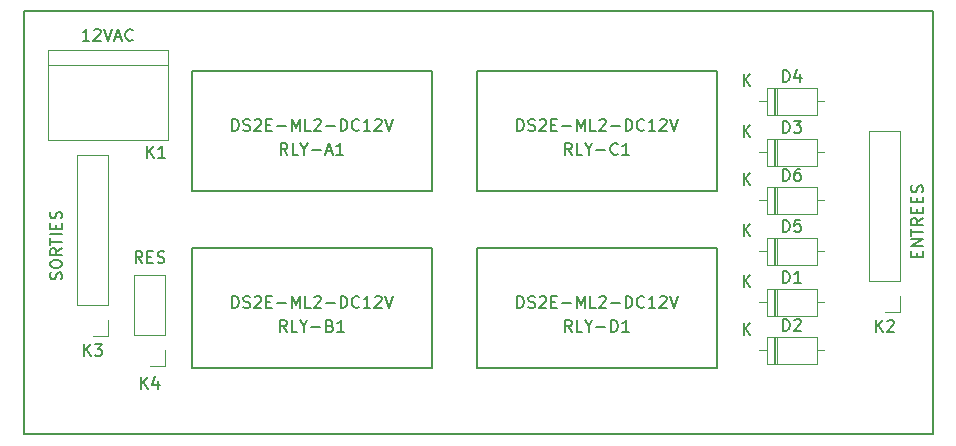
<source format=gto>
G04 #@! TF.GenerationSoftware,KiCad,Pcbnew,5.0.2-bee76a0~70~ubuntu18.04.1*
G04 #@! TF.CreationDate,2020-04-21T14:08:59+02:00*
G04 #@! TF.ProjectId,FeuSignalisation,46657553-6967-46e6-916c-69736174696f,rev?*
G04 #@! TF.SameCoordinates,Original*
G04 #@! TF.FileFunction,Legend,Top*
G04 #@! TF.FilePolarity,Positive*
%FSLAX46Y46*%
G04 Gerber Fmt 4.6, Leading zero omitted, Abs format (unit mm)*
G04 Created by KiCad (PCBNEW 5.0.2-bee76a0~70~ubuntu18.04.1) date mar. 21 avril 2020 14:08:59 CEST*
%MOMM*%
%LPD*%
G01*
G04 APERTURE LIST*
%ADD10C,0.150000*%
%ADD11C,0.120000*%
G04 APERTURE END LIST*
D10*
X167640000Y-84582000D02*
X90678000Y-84582000D01*
X167640000Y-48768000D02*
X167640000Y-84582000D01*
X90678000Y-48768000D02*
X167640000Y-48768000D01*
X90678000Y-84582000D02*
X90678000Y-48768000D01*
D11*
G04 #@! TO.C,K1*
X92710000Y-53340000D02*
X102870000Y-53340000D01*
X92710000Y-52070000D02*
X92710000Y-59690000D01*
X92710000Y-59690000D02*
X102870000Y-59690000D01*
X102870000Y-59690000D02*
X102870000Y-52070000D01*
X102870000Y-52070000D02*
X92710000Y-52070000D01*
G04 #@! TO.C,K2*
X164906000Y-58868000D02*
X162246000Y-58868000D01*
X164906000Y-71628000D02*
X164906000Y-58868000D01*
X162246000Y-71628000D02*
X162246000Y-58868000D01*
X164906000Y-71628000D02*
X162246000Y-71628000D01*
X164906000Y-72898000D02*
X164906000Y-74228000D01*
X164906000Y-74228000D02*
X163576000Y-74228000D01*
G04 #@! TO.C,K3*
X97850000Y-76260000D02*
X96520000Y-76260000D01*
X97850000Y-74930000D02*
X97850000Y-76260000D01*
X97850000Y-73660000D02*
X95190000Y-73660000D01*
X95190000Y-73660000D02*
X95190000Y-60900000D01*
X97850000Y-73660000D02*
X97850000Y-60900000D01*
X97850000Y-60900000D02*
X95190000Y-60900000D01*
G04 #@! TO.C,K4*
X102676000Y-71060000D02*
X100016000Y-71060000D01*
X102676000Y-76200000D02*
X102676000Y-71060000D01*
X100016000Y-76200000D02*
X100016000Y-71060000D01*
X102676000Y-76200000D02*
X100016000Y-76200000D01*
X102676000Y-77470000D02*
X102676000Y-78800000D01*
X102676000Y-78800000D02*
X101346000Y-78800000D01*
D10*
G04 #@! TO.C,RLY-A1*
X104902000Y-64008000D02*
X125222000Y-64008000D01*
X125222000Y-64008000D02*
X125222000Y-53848000D01*
X125222000Y-53848000D02*
X104902000Y-53848000D01*
X104902000Y-53848000D02*
X104902000Y-64008000D01*
G04 #@! TO.C,RLY-B1*
X104902000Y-68834000D02*
X104902000Y-78994000D01*
X125222000Y-68834000D02*
X104902000Y-68834000D01*
X125222000Y-78994000D02*
X125222000Y-68834000D01*
X104902000Y-78994000D02*
X125222000Y-78994000D01*
G04 #@! TO.C,RLY-C1*
X129032000Y-64008000D02*
X149352000Y-64008000D01*
X149352000Y-64008000D02*
X149352000Y-53848000D01*
X149352000Y-53848000D02*
X129032000Y-53848000D01*
X129032000Y-53848000D02*
X129032000Y-64008000D01*
G04 #@! TO.C,RLY-D1*
X129032000Y-68834000D02*
X129032000Y-78994000D01*
X149352000Y-68834000D02*
X129032000Y-68834000D01*
X149352000Y-78994000D02*
X149352000Y-68834000D01*
X129032000Y-78994000D02*
X149352000Y-78994000D01*
D11*
G04 #@! TO.C,D1*
X153582000Y-72286000D02*
X153582000Y-74526000D01*
X153582000Y-74526000D02*
X157822000Y-74526000D01*
X157822000Y-74526000D02*
X157822000Y-72286000D01*
X157822000Y-72286000D02*
X153582000Y-72286000D01*
X152932000Y-73406000D02*
X153582000Y-73406000D01*
X158472000Y-73406000D02*
X157822000Y-73406000D01*
X154302000Y-72286000D02*
X154302000Y-74526000D01*
X154422000Y-72286000D02*
X154422000Y-74526000D01*
X154182000Y-72286000D02*
X154182000Y-74526000D01*
G04 #@! TO.C,D2*
X154182000Y-76350000D02*
X154182000Y-78590000D01*
X154422000Y-76350000D02*
X154422000Y-78590000D01*
X154302000Y-76350000D02*
X154302000Y-78590000D01*
X158472000Y-77470000D02*
X157822000Y-77470000D01*
X152932000Y-77470000D02*
X153582000Y-77470000D01*
X157822000Y-76350000D02*
X153582000Y-76350000D01*
X157822000Y-78590000D02*
X157822000Y-76350000D01*
X153582000Y-78590000D02*
X157822000Y-78590000D01*
X153582000Y-76350000D02*
X153582000Y-78590000D01*
G04 #@! TO.C,D3*
X154182000Y-59586000D02*
X154182000Y-61826000D01*
X154422000Y-59586000D02*
X154422000Y-61826000D01*
X154302000Y-59586000D02*
X154302000Y-61826000D01*
X158472000Y-60706000D02*
X157822000Y-60706000D01*
X152932000Y-60706000D02*
X153582000Y-60706000D01*
X157822000Y-59586000D02*
X153582000Y-59586000D01*
X157822000Y-61826000D02*
X157822000Y-59586000D01*
X153582000Y-61826000D02*
X157822000Y-61826000D01*
X153582000Y-59586000D02*
X153582000Y-61826000D01*
G04 #@! TO.C,D4*
X153582000Y-55268000D02*
X153582000Y-57508000D01*
X153582000Y-57508000D02*
X157822000Y-57508000D01*
X157822000Y-57508000D02*
X157822000Y-55268000D01*
X157822000Y-55268000D02*
X153582000Y-55268000D01*
X152932000Y-56388000D02*
X153582000Y-56388000D01*
X158472000Y-56388000D02*
X157822000Y-56388000D01*
X154302000Y-55268000D02*
X154302000Y-57508000D01*
X154422000Y-55268000D02*
X154422000Y-57508000D01*
X154182000Y-55268000D02*
X154182000Y-57508000D01*
G04 #@! TO.C,D5*
X154182000Y-67968000D02*
X154182000Y-70208000D01*
X154422000Y-67968000D02*
X154422000Y-70208000D01*
X154302000Y-67968000D02*
X154302000Y-70208000D01*
X158472000Y-69088000D02*
X157822000Y-69088000D01*
X152932000Y-69088000D02*
X153582000Y-69088000D01*
X157822000Y-67968000D02*
X153582000Y-67968000D01*
X157822000Y-70208000D02*
X157822000Y-67968000D01*
X153582000Y-70208000D02*
X157822000Y-70208000D01*
X153582000Y-67968000D02*
X153582000Y-70208000D01*
G04 #@! TO.C,D6*
X153582000Y-63650000D02*
X153582000Y-65890000D01*
X153582000Y-65890000D02*
X157822000Y-65890000D01*
X157822000Y-65890000D02*
X157822000Y-63650000D01*
X157822000Y-63650000D02*
X153582000Y-63650000D01*
X152932000Y-64770000D02*
X153582000Y-64770000D01*
X158472000Y-64770000D02*
X157822000Y-64770000D01*
X154302000Y-63650000D02*
X154302000Y-65890000D01*
X154422000Y-63650000D02*
X154422000Y-65890000D01*
X154182000Y-63650000D02*
X154182000Y-65890000D01*
G04 #@! TD*
G04 #@! TO.C,K1*
D10*
X101115904Y-61158380D02*
X101115904Y-60158380D01*
X101687333Y-61158380D02*
X101258761Y-60586952D01*
X101687333Y-60158380D02*
X101115904Y-60729809D01*
X102639714Y-61158380D02*
X102068285Y-61158380D01*
X102354000Y-61158380D02*
X102354000Y-60158380D01*
X102258761Y-60301238D01*
X102163523Y-60396476D01*
X102068285Y-60444095D01*
X96242380Y-51252380D02*
X95670952Y-51252380D01*
X95956666Y-51252380D02*
X95956666Y-50252380D01*
X95861428Y-50395238D01*
X95766190Y-50490476D01*
X95670952Y-50538095D01*
X96623333Y-50347619D02*
X96670952Y-50300000D01*
X96766190Y-50252380D01*
X97004285Y-50252380D01*
X97099523Y-50300000D01*
X97147142Y-50347619D01*
X97194761Y-50442857D01*
X97194761Y-50538095D01*
X97147142Y-50680952D01*
X96575714Y-51252380D01*
X97194761Y-51252380D01*
X97480476Y-50252380D02*
X97813809Y-51252380D01*
X98147142Y-50252380D01*
X98432857Y-50966666D02*
X98909047Y-50966666D01*
X98337619Y-51252380D02*
X98670952Y-50252380D01*
X99004285Y-51252380D01*
X99909047Y-51157142D02*
X99861428Y-51204761D01*
X99718571Y-51252380D01*
X99623333Y-51252380D01*
X99480476Y-51204761D01*
X99385238Y-51109523D01*
X99337619Y-51014285D01*
X99290000Y-50823809D01*
X99290000Y-50680952D01*
X99337619Y-50490476D01*
X99385238Y-50395238D01*
X99480476Y-50300000D01*
X99623333Y-50252380D01*
X99718571Y-50252380D01*
X99861428Y-50300000D01*
X99909047Y-50347619D01*
G04 #@! TO.C,K2*
X162837904Y-75890380D02*
X162837904Y-74890380D01*
X163409333Y-75890380D02*
X162980761Y-75318952D01*
X163409333Y-74890380D02*
X162837904Y-75461809D01*
X163790285Y-74985619D02*
X163837904Y-74938000D01*
X163933142Y-74890380D01*
X164171238Y-74890380D01*
X164266476Y-74938000D01*
X164314095Y-74985619D01*
X164361714Y-75080857D01*
X164361714Y-75176095D01*
X164314095Y-75318952D01*
X163742666Y-75890380D01*
X164361714Y-75890380D01*
X166298571Y-69548000D02*
X166298571Y-69214666D01*
X166822380Y-69071809D02*
X166822380Y-69548000D01*
X165822380Y-69548000D01*
X165822380Y-69071809D01*
X166822380Y-68643238D02*
X165822380Y-68643238D01*
X166822380Y-68071809D01*
X165822380Y-68071809D01*
X165822380Y-67738476D02*
X165822380Y-67167047D01*
X166822380Y-67452761D02*
X165822380Y-67452761D01*
X166822380Y-66262285D02*
X166346190Y-66595619D01*
X166822380Y-66833714D02*
X165822380Y-66833714D01*
X165822380Y-66452761D01*
X165870000Y-66357523D01*
X165917619Y-66309904D01*
X166012857Y-66262285D01*
X166155714Y-66262285D01*
X166250952Y-66309904D01*
X166298571Y-66357523D01*
X166346190Y-66452761D01*
X166346190Y-66833714D01*
X166298571Y-65833714D02*
X166298571Y-65500380D01*
X166822380Y-65357523D02*
X166822380Y-65833714D01*
X165822380Y-65833714D01*
X165822380Y-65357523D01*
X166298571Y-64928952D02*
X166298571Y-64595619D01*
X166822380Y-64452761D02*
X166822380Y-64928952D01*
X165822380Y-64928952D01*
X165822380Y-64452761D01*
X166774761Y-64071809D02*
X166822380Y-63928952D01*
X166822380Y-63690857D01*
X166774761Y-63595619D01*
X166727142Y-63548000D01*
X166631904Y-63500380D01*
X166536666Y-63500380D01*
X166441428Y-63548000D01*
X166393809Y-63595619D01*
X166346190Y-63690857D01*
X166298571Y-63881333D01*
X166250952Y-63976571D01*
X166203333Y-64024190D01*
X166108095Y-64071809D01*
X166012857Y-64071809D01*
X165917619Y-64024190D01*
X165870000Y-63976571D01*
X165822380Y-63881333D01*
X165822380Y-63643238D01*
X165870000Y-63500380D01*
G04 #@! TO.C,K3*
X95781904Y-77922380D02*
X95781904Y-76922380D01*
X96353333Y-77922380D02*
X95924761Y-77350952D01*
X96353333Y-76922380D02*
X95781904Y-77493809D01*
X96686666Y-76922380D02*
X97305714Y-76922380D01*
X96972380Y-77303333D01*
X97115238Y-77303333D01*
X97210476Y-77350952D01*
X97258095Y-77398571D01*
X97305714Y-77493809D01*
X97305714Y-77731904D01*
X97258095Y-77827142D01*
X97210476Y-77874761D01*
X97115238Y-77922380D01*
X96829523Y-77922380D01*
X96734285Y-77874761D01*
X96686666Y-77827142D01*
X93876761Y-71437142D02*
X93924380Y-71294285D01*
X93924380Y-71056190D01*
X93876761Y-70960952D01*
X93829142Y-70913333D01*
X93733904Y-70865714D01*
X93638666Y-70865714D01*
X93543428Y-70913333D01*
X93495809Y-70960952D01*
X93448190Y-71056190D01*
X93400571Y-71246666D01*
X93352952Y-71341904D01*
X93305333Y-71389523D01*
X93210095Y-71437142D01*
X93114857Y-71437142D01*
X93019619Y-71389523D01*
X92972000Y-71341904D01*
X92924380Y-71246666D01*
X92924380Y-71008571D01*
X92972000Y-70865714D01*
X92924380Y-70246666D02*
X92924380Y-70056190D01*
X92972000Y-69960952D01*
X93067238Y-69865714D01*
X93257714Y-69818095D01*
X93591047Y-69818095D01*
X93781523Y-69865714D01*
X93876761Y-69960952D01*
X93924380Y-70056190D01*
X93924380Y-70246666D01*
X93876761Y-70341904D01*
X93781523Y-70437142D01*
X93591047Y-70484761D01*
X93257714Y-70484761D01*
X93067238Y-70437142D01*
X92972000Y-70341904D01*
X92924380Y-70246666D01*
X93924380Y-68818095D02*
X93448190Y-69151428D01*
X93924380Y-69389523D02*
X92924380Y-69389523D01*
X92924380Y-69008571D01*
X92972000Y-68913333D01*
X93019619Y-68865714D01*
X93114857Y-68818095D01*
X93257714Y-68818095D01*
X93352952Y-68865714D01*
X93400571Y-68913333D01*
X93448190Y-69008571D01*
X93448190Y-69389523D01*
X92924380Y-68532380D02*
X92924380Y-67960952D01*
X93924380Y-68246666D02*
X92924380Y-68246666D01*
X93924380Y-67627619D02*
X92924380Y-67627619D01*
X93400571Y-67151428D02*
X93400571Y-66818095D01*
X93924380Y-66675238D02*
X93924380Y-67151428D01*
X92924380Y-67151428D01*
X92924380Y-66675238D01*
X93876761Y-66294285D02*
X93924380Y-66151428D01*
X93924380Y-65913333D01*
X93876761Y-65818095D01*
X93829142Y-65770476D01*
X93733904Y-65722857D01*
X93638666Y-65722857D01*
X93543428Y-65770476D01*
X93495809Y-65818095D01*
X93448190Y-65913333D01*
X93400571Y-66103809D01*
X93352952Y-66199047D01*
X93305333Y-66246666D01*
X93210095Y-66294285D01*
X93114857Y-66294285D01*
X93019619Y-66246666D01*
X92972000Y-66199047D01*
X92924380Y-66103809D01*
X92924380Y-65865714D01*
X92972000Y-65722857D01*
G04 #@! TO.C,K4*
X100607904Y-80716380D02*
X100607904Y-79716380D01*
X101179333Y-80716380D02*
X100750761Y-80144952D01*
X101179333Y-79716380D02*
X100607904Y-80287809D01*
X102036476Y-80049714D02*
X102036476Y-80716380D01*
X101798380Y-79668761D02*
X101560285Y-80383047D01*
X102179333Y-80383047D01*
X100726952Y-70048380D02*
X100393619Y-69572190D01*
X100155523Y-70048380D02*
X100155523Y-69048380D01*
X100536476Y-69048380D01*
X100631714Y-69096000D01*
X100679333Y-69143619D01*
X100726952Y-69238857D01*
X100726952Y-69381714D01*
X100679333Y-69476952D01*
X100631714Y-69524571D01*
X100536476Y-69572190D01*
X100155523Y-69572190D01*
X101155523Y-69524571D02*
X101488857Y-69524571D01*
X101631714Y-70048380D02*
X101155523Y-70048380D01*
X101155523Y-69048380D01*
X101631714Y-69048380D01*
X102012666Y-70000761D02*
X102155523Y-70048380D01*
X102393619Y-70048380D01*
X102488857Y-70000761D01*
X102536476Y-69953142D01*
X102584095Y-69857904D01*
X102584095Y-69762666D01*
X102536476Y-69667428D01*
X102488857Y-69619809D01*
X102393619Y-69572190D01*
X102203142Y-69524571D01*
X102107904Y-69476952D01*
X102060285Y-69429333D01*
X102012666Y-69334095D01*
X102012666Y-69238857D01*
X102060285Y-69143619D01*
X102107904Y-69096000D01*
X102203142Y-69048380D01*
X102441238Y-69048380D01*
X102584095Y-69096000D01*
G04 #@! TO.C,RLY-A1*
X113014380Y-60904380D02*
X112681047Y-60428190D01*
X112442952Y-60904380D02*
X112442952Y-59904380D01*
X112823904Y-59904380D01*
X112919142Y-59952000D01*
X112966761Y-59999619D01*
X113014380Y-60094857D01*
X113014380Y-60237714D01*
X112966761Y-60332952D01*
X112919142Y-60380571D01*
X112823904Y-60428190D01*
X112442952Y-60428190D01*
X113919142Y-60904380D02*
X113442952Y-60904380D01*
X113442952Y-59904380D01*
X114442952Y-60428190D02*
X114442952Y-60904380D01*
X114109619Y-59904380D02*
X114442952Y-60428190D01*
X114776285Y-59904380D01*
X115109619Y-60523428D02*
X115871523Y-60523428D01*
X116300095Y-60618666D02*
X116776285Y-60618666D01*
X116204857Y-60904380D02*
X116538190Y-59904380D01*
X116871523Y-60904380D01*
X117728666Y-60904380D02*
X117157238Y-60904380D01*
X117442952Y-60904380D02*
X117442952Y-59904380D01*
X117347714Y-60047238D01*
X117252476Y-60142476D01*
X117157238Y-60190095D01*
X108323904Y-58880380D02*
X108323904Y-57880380D01*
X108562000Y-57880380D01*
X108704857Y-57928000D01*
X108800095Y-58023238D01*
X108847714Y-58118476D01*
X108895333Y-58308952D01*
X108895333Y-58451809D01*
X108847714Y-58642285D01*
X108800095Y-58737523D01*
X108704857Y-58832761D01*
X108562000Y-58880380D01*
X108323904Y-58880380D01*
X109276285Y-58832761D02*
X109419142Y-58880380D01*
X109657238Y-58880380D01*
X109752476Y-58832761D01*
X109800095Y-58785142D01*
X109847714Y-58689904D01*
X109847714Y-58594666D01*
X109800095Y-58499428D01*
X109752476Y-58451809D01*
X109657238Y-58404190D01*
X109466761Y-58356571D01*
X109371523Y-58308952D01*
X109323904Y-58261333D01*
X109276285Y-58166095D01*
X109276285Y-58070857D01*
X109323904Y-57975619D01*
X109371523Y-57928000D01*
X109466761Y-57880380D01*
X109704857Y-57880380D01*
X109847714Y-57928000D01*
X110228666Y-57975619D02*
X110276285Y-57928000D01*
X110371523Y-57880380D01*
X110609619Y-57880380D01*
X110704857Y-57928000D01*
X110752476Y-57975619D01*
X110800095Y-58070857D01*
X110800095Y-58166095D01*
X110752476Y-58308952D01*
X110181047Y-58880380D01*
X110800095Y-58880380D01*
X111228666Y-58356571D02*
X111562000Y-58356571D01*
X111704857Y-58880380D02*
X111228666Y-58880380D01*
X111228666Y-57880380D01*
X111704857Y-57880380D01*
X112133428Y-58499428D02*
X112895333Y-58499428D01*
X113371523Y-58880380D02*
X113371523Y-57880380D01*
X113704857Y-58594666D01*
X114038190Y-57880380D01*
X114038190Y-58880380D01*
X114990571Y-58880380D02*
X114514380Y-58880380D01*
X114514380Y-57880380D01*
X115276285Y-57975619D02*
X115323904Y-57928000D01*
X115419142Y-57880380D01*
X115657238Y-57880380D01*
X115752476Y-57928000D01*
X115800095Y-57975619D01*
X115847714Y-58070857D01*
X115847714Y-58166095D01*
X115800095Y-58308952D01*
X115228666Y-58880380D01*
X115847714Y-58880380D01*
X116276285Y-58499428D02*
X117038190Y-58499428D01*
X117514380Y-58880380D02*
X117514380Y-57880380D01*
X117752476Y-57880380D01*
X117895333Y-57928000D01*
X117990571Y-58023238D01*
X118038190Y-58118476D01*
X118085809Y-58308952D01*
X118085809Y-58451809D01*
X118038190Y-58642285D01*
X117990571Y-58737523D01*
X117895333Y-58832761D01*
X117752476Y-58880380D01*
X117514380Y-58880380D01*
X119085809Y-58785142D02*
X119038190Y-58832761D01*
X118895333Y-58880380D01*
X118800095Y-58880380D01*
X118657238Y-58832761D01*
X118562000Y-58737523D01*
X118514380Y-58642285D01*
X118466761Y-58451809D01*
X118466761Y-58308952D01*
X118514380Y-58118476D01*
X118562000Y-58023238D01*
X118657238Y-57928000D01*
X118800095Y-57880380D01*
X118895333Y-57880380D01*
X119038190Y-57928000D01*
X119085809Y-57975619D01*
X120038190Y-58880380D02*
X119466761Y-58880380D01*
X119752476Y-58880380D02*
X119752476Y-57880380D01*
X119657238Y-58023238D01*
X119562000Y-58118476D01*
X119466761Y-58166095D01*
X120419142Y-57975619D02*
X120466761Y-57928000D01*
X120562000Y-57880380D01*
X120800095Y-57880380D01*
X120895333Y-57928000D01*
X120942952Y-57975619D01*
X120990571Y-58070857D01*
X120990571Y-58166095D01*
X120942952Y-58308952D01*
X120371523Y-58880380D01*
X120990571Y-58880380D01*
X121276285Y-57880380D02*
X121609619Y-58880380D01*
X121942952Y-57880380D01*
G04 #@! TO.C,RLY-B1*
X112942952Y-75890380D02*
X112609619Y-75414190D01*
X112371523Y-75890380D02*
X112371523Y-74890380D01*
X112752476Y-74890380D01*
X112847714Y-74938000D01*
X112895333Y-74985619D01*
X112942952Y-75080857D01*
X112942952Y-75223714D01*
X112895333Y-75318952D01*
X112847714Y-75366571D01*
X112752476Y-75414190D01*
X112371523Y-75414190D01*
X113847714Y-75890380D02*
X113371523Y-75890380D01*
X113371523Y-74890380D01*
X114371523Y-75414190D02*
X114371523Y-75890380D01*
X114038190Y-74890380D02*
X114371523Y-75414190D01*
X114704857Y-74890380D01*
X115038190Y-75509428D02*
X115800095Y-75509428D01*
X116609619Y-75366571D02*
X116752476Y-75414190D01*
X116800095Y-75461809D01*
X116847714Y-75557047D01*
X116847714Y-75699904D01*
X116800095Y-75795142D01*
X116752476Y-75842761D01*
X116657238Y-75890380D01*
X116276285Y-75890380D01*
X116276285Y-74890380D01*
X116609619Y-74890380D01*
X116704857Y-74938000D01*
X116752476Y-74985619D01*
X116800095Y-75080857D01*
X116800095Y-75176095D01*
X116752476Y-75271333D01*
X116704857Y-75318952D01*
X116609619Y-75366571D01*
X116276285Y-75366571D01*
X117800095Y-75890380D02*
X117228666Y-75890380D01*
X117514380Y-75890380D02*
X117514380Y-74890380D01*
X117419142Y-75033238D01*
X117323904Y-75128476D01*
X117228666Y-75176095D01*
X108323904Y-73866380D02*
X108323904Y-72866380D01*
X108562000Y-72866380D01*
X108704857Y-72914000D01*
X108800095Y-73009238D01*
X108847714Y-73104476D01*
X108895333Y-73294952D01*
X108895333Y-73437809D01*
X108847714Y-73628285D01*
X108800095Y-73723523D01*
X108704857Y-73818761D01*
X108562000Y-73866380D01*
X108323904Y-73866380D01*
X109276285Y-73818761D02*
X109419142Y-73866380D01*
X109657238Y-73866380D01*
X109752476Y-73818761D01*
X109800095Y-73771142D01*
X109847714Y-73675904D01*
X109847714Y-73580666D01*
X109800095Y-73485428D01*
X109752476Y-73437809D01*
X109657238Y-73390190D01*
X109466761Y-73342571D01*
X109371523Y-73294952D01*
X109323904Y-73247333D01*
X109276285Y-73152095D01*
X109276285Y-73056857D01*
X109323904Y-72961619D01*
X109371523Y-72914000D01*
X109466761Y-72866380D01*
X109704857Y-72866380D01*
X109847714Y-72914000D01*
X110228666Y-72961619D02*
X110276285Y-72914000D01*
X110371523Y-72866380D01*
X110609619Y-72866380D01*
X110704857Y-72914000D01*
X110752476Y-72961619D01*
X110800095Y-73056857D01*
X110800095Y-73152095D01*
X110752476Y-73294952D01*
X110181047Y-73866380D01*
X110800095Y-73866380D01*
X111228666Y-73342571D02*
X111562000Y-73342571D01*
X111704857Y-73866380D02*
X111228666Y-73866380D01*
X111228666Y-72866380D01*
X111704857Y-72866380D01*
X112133428Y-73485428D02*
X112895333Y-73485428D01*
X113371523Y-73866380D02*
X113371523Y-72866380D01*
X113704857Y-73580666D01*
X114038190Y-72866380D01*
X114038190Y-73866380D01*
X114990571Y-73866380D02*
X114514380Y-73866380D01*
X114514380Y-72866380D01*
X115276285Y-72961619D02*
X115323904Y-72914000D01*
X115419142Y-72866380D01*
X115657238Y-72866380D01*
X115752476Y-72914000D01*
X115800095Y-72961619D01*
X115847714Y-73056857D01*
X115847714Y-73152095D01*
X115800095Y-73294952D01*
X115228666Y-73866380D01*
X115847714Y-73866380D01*
X116276285Y-73485428D02*
X117038190Y-73485428D01*
X117514380Y-73866380D02*
X117514380Y-72866380D01*
X117752476Y-72866380D01*
X117895333Y-72914000D01*
X117990571Y-73009238D01*
X118038190Y-73104476D01*
X118085809Y-73294952D01*
X118085809Y-73437809D01*
X118038190Y-73628285D01*
X117990571Y-73723523D01*
X117895333Y-73818761D01*
X117752476Y-73866380D01*
X117514380Y-73866380D01*
X119085809Y-73771142D02*
X119038190Y-73818761D01*
X118895333Y-73866380D01*
X118800095Y-73866380D01*
X118657238Y-73818761D01*
X118562000Y-73723523D01*
X118514380Y-73628285D01*
X118466761Y-73437809D01*
X118466761Y-73294952D01*
X118514380Y-73104476D01*
X118562000Y-73009238D01*
X118657238Y-72914000D01*
X118800095Y-72866380D01*
X118895333Y-72866380D01*
X119038190Y-72914000D01*
X119085809Y-72961619D01*
X120038190Y-73866380D02*
X119466761Y-73866380D01*
X119752476Y-73866380D02*
X119752476Y-72866380D01*
X119657238Y-73009238D01*
X119562000Y-73104476D01*
X119466761Y-73152095D01*
X120419142Y-72961619D02*
X120466761Y-72914000D01*
X120562000Y-72866380D01*
X120800095Y-72866380D01*
X120895333Y-72914000D01*
X120942952Y-72961619D01*
X120990571Y-73056857D01*
X120990571Y-73152095D01*
X120942952Y-73294952D01*
X120371523Y-73866380D01*
X120990571Y-73866380D01*
X121276285Y-72866380D02*
X121609619Y-73866380D01*
X121942952Y-72866380D01*
G04 #@! TO.C,RLY-C1*
X137072952Y-60904380D02*
X136739619Y-60428190D01*
X136501523Y-60904380D02*
X136501523Y-59904380D01*
X136882476Y-59904380D01*
X136977714Y-59952000D01*
X137025333Y-59999619D01*
X137072952Y-60094857D01*
X137072952Y-60237714D01*
X137025333Y-60332952D01*
X136977714Y-60380571D01*
X136882476Y-60428190D01*
X136501523Y-60428190D01*
X137977714Y-60904380D02*
X137501523Y-60904380D01*
X137501523Y-59904380D01*
X138501523Y-60428190D02*
X138501523Y-60904380D01*
X138168190Y-59904380D02*
X138501523Y-60428190D01*
X138834857Y-59904380D01*
X139168190Y-60523428D02*
X139930095Y-60523428D01*
X140977714Y-60809142D02*
X140930095Y-60856761D01*
X140787238Y-60904380D01*
X140692000Y-60904380D01*
X140549142Y-60856761D01*
X140453904Y-60761523D01*
X140406285Y-60666285D01*
X140358666Y-60475809D01*
X140358666Y-60332952D01*
X140406285Y-60142476D01*
X140453904Y-60047238D01*
X140549142Y-59952000D01*
X140692000Y-59904380D01*
X140787238Y-59904380D01*
X140930095Y-59952000D01*
X140977714Y-59999619D01*
X141930095Y-60904380D02*
X141358666Y-60904380D01*
X141644380Y-60904380D02*
X141644380Y-59904380D01*
X141549142Y-60047238D01*
X141453904Y-60142476D01*
X141358666Y-60190095D01*
X132453904Y-58880380D02*
X132453904Y-57880380D01*
X132692000Y-57880380D01*
X132834857Y-57928000D01*
X132930095Y-58023238D01*
X132977714Y-58118476D01*
X133025333Y-58308952D01*
X133025333Y-58451809D01*
X132977714Y-58642285D01*
X132930095Y-58737523D01*
X132834857Y-58832761D01*
X132692000Y-58880380D01*
X132453904Y-58880380D01*
X133406285Y-58832761D02*
X133549142Y-58880380D01*
X133787238Y-58880380D01*
X133882476Y-58832761D01*
X133930095Y-58785142D01*
X133977714Y-58689904D01*
X133977714Y-58594666D01*
X133930095Y-58499428D01*
X133882476Y-58451809D01*
X133787238Y-58404190D01*
X133596761Y-58356571D01*
X133501523Y-58308952D01*
X133453904Y-58261333D01*
X133406285Y-58166095D01*
X133406285Y-58070857D01*
X133453904Y-57975619D01*
X133501523Y-57928000D01*
X133596761Y-57880380D01*
X133834857Y-57880380D01*
X133977714Y-57928000D01*
X134358666Y-57975619D02*
X134406285Y-57928000D01*
X134501523Y-57880380D01*
X134739619Y-57880380D01*
X134834857Y-57928000D01*
X134882476Y-57975619D01*
X134930095Y-58070857D01*
X134930095Y-58166095D01*
X134882476Y-58308952D01*
X134311047Y-58880380D01*
X134930095Y-58880380D01*
X135358666Y-58356571D02*
X135692000Y-58356571D01*
X135834857Y-58880380D02*
X135358666Y-58880380D01*
X135358666Y-57880380D01*
X135834857Y-57880380D01*
X136263428Y-58499428D02*
X137025333Y-58499428D01*
X137501523Y-58880380D02*
X137501523Y-57880380D01*
X137834857Y-58594666D01*
X138168190Y-57880380D01*
X138168190Y-58880380D01*
X139120571Y-58880380D02*
X138644380Y-58880380D01*
X138644380Y-57880380D01*
X139406285Y-57975619D02*
X139453904Y-57928000D01*
X139549142Y-57880380D01*
X139787238Y-57880380D01*
X139882476Y-57928000D01*
X139930095Y-57975619D01*
X139977714Y-58070857D01*
X139977714Y-58166095D01*
X139930095Y-58308952D01*
X139358666Y-58880380D01*
X139977714Y-58880380D01*
X140406285Y-58499428D02*
X141168190Y-58499428D01*
X141644380Y-58880380D02*
X141644380Y-57880380D01*
X141882476Y-57880380D01*
X142025333Y-57928000D01*
X142120571Y-58023238D01*
X142168190Y-58118476D01*
X142215809Y-58308952D01*
X142215809Y-58451809D01*
X142168190Y-58642285D01*
X142120571Y-58737523D01*
X142025333Y-58832761D01*
X141882476Y-58880380D01*
X141644380Y-58880380D01*
X143215809Y-58785142D02*
X143168190Y-58832761D01*
X143025333Y-58880380D01*
X142930095Y-58880380D01*
X142787238Y-58832761D01*
X142692000Y-58737523D01*
X142644380Y-58642285D01*
X142596761Y-58451809D01*
X142596761Y-58308952D01*
X142644380Y-58118476D01*
X142692000Y-58023238D01*
X142787238Y-57928000D01*
X142930095Y-57880380D01*
X143025333Y-57880380D01*
X143168190Y-57928000D01*
X143215809Y-57975619D01*
X144168190Y-58880380D02*
X143596761Y-58880380D01*
X143882476Y-58880380D02*
X143882476Y-57880380D01*
X143787238Y-58023238D01*
X143692000Y-58118476D01*
X143596761Y-58166095D01*
X144549142Y-57975619D02*
X144596761Y-57928000D01*
X144692000Y-57880380D01*
X144930095Y-57880380D01*
X145025333Y-57928000D01*
X145072952Y-57975619D01*
X145120571Y-58070857D01*
X145120571Y-58166095D01*
X145072952Y-58308952D01*
X144501523Y-58880380D01*
X145120571Y-58880380D01*
X145406285Y-57880380D02*
X145739619Y-58880380D01*
X146072952Y-57880380D01*
G04 #@! TO.C,RLY-D1*
X137072952Y-75890380D02*
X136739619Y-75414190D01*
X136501523Y-75890380D02*
X136501523Y-74890380D01*
X136882476Y-74890380D01*
X136977714Y-74938000D01*
X137025333Y-74985619D01*
X137072952Y-75080857D01*
X137072952Y-75223714D01*
X137025333Y-75318952D01*
X136977714Y-75366571D01*
X136882476Y-75414190D01*
X136501523Y-75414190D01*
X137977714Y-75890380D02*
X137501523Y-75890380D01*
X137501523Y-74890380D01*
X138501523Y-75414190D02*
X138501523Y-75890380D01*
X138168190Y-74890380D02*
X138501523Y-75414190D01*
X138834857Y-74890380D01*
X139168190Y-75509428D02*
X139930095Y-75509428D01*
X140406285Y-75890380D02*
X140406285Y-74890380D01*
X140644380Y-74890380D01*
X140787238Y-74938000D01*
X140882476Y-75033238D01*
X140930095Y-75128476D01*
X140977714Y-75318952D01*
X140977714Y-75461809D01*
X140930095Y-75652285D01*
X140882476Y-75747523D01*
X140787238Y-75842761D01*
X140644380Y-75890380D01*
X140406285Y-75890380D01*
X141930095Y-75890380D02*
X141358666Y-75890380D01*
X141644380Y-75890380D02*
X141644380Y-74890380D01*
X141549142Y-75033238D01*
X141453904Y-75128476D01*
X141358666Y-75176095D01*
X132453904Y-73866380D02*
X132453904Y-72866380D01*
X132692000Y-72866380D01*
X132834857Y-72914000D01*
X132930095Y-73009238D01*
X132977714Y-73104476D01*
X133025333Y-73294952D01*
X133025333Y-73437809D01*
X132977714Y-73628285D01*
X132930095Y-73723523D01*
X132834857Y-73818761D01*
X132692000Y-73866380D01*
X132453904Y-73866380D01*
X133406285Y-73818761D02*
X133549142Y-73866380D01*
X133787238Y-73866380D01*
X133882476Y-73818761D01*
X133930095Y-73771142D01*
X133977714Y-73675904D01*
X133977714Y-73580666D01*
X133930095Y-73485428D01*
X133882476Y-73437809D01*
X133787238Y-73390190D01*
X133596761Y-73342571D01*
X133501523Y-73294952D01*
X133453904Y-73247333D01*
X133406285Y-73152095D01*
X133406285Y-73056857D01*
X133453904Y-72961619D01*
X133501523Y-72914000D01*
X133596761Y-72866380D01*
X133834857Y-72866380D01*
X133977714Y-72914000D01*
X134358666Y-72961619D02*
X134406285Y-72914000D01*
X134501523Y-72866380D01*
X134739619Y-72866380D01*
X134834857Y-72914000D01*
X134882476Y-72961619D01*
X134930095Y-73056857D01*
X134930095Y-73152095D01*
X134882476Y-73294952D01*
X134311047Y-73866380D01*
X134930095Y-73866380D01*
X135358666Y-73342571D02*
X135692000Y-73342571D01*
X135834857Y-73866380D02*
X135358666Y-73866380D01*
X135358666Y-72866380D01*
X135834857Y-72866380D01*
X136263428Y-73485428D02*
X137025333Y-73485428D01*
X137501523Y-73866380D02*
X137501523Y-72866380D01*
X137834857Y-73580666D01*
X138168190Y-72866380D01*
X138168190Y-73866380D01*
X139120571Y-73866380D02*
X138644380Y-73866380D01*
X138644380Y-72866380D01*
X139406285Y-72961619D02*
X139453904Y-72914000D01*
X139549142Y-72866380D01*
X139787238Y-72866380D01*
X139882476Y-72914000D01*
X139930095Y-72961619D01*
X139977714Y-73056857D01*
X139977714Y-73152095D01*
X139930095Y-73294952D01*
X139358666Y-73866380D01*
X139977714Y-73866380D01*
X140406285Y-73485428D02*
X141168190Y-73485428D01*
X141644380Y-73866380D02*
X141644380Y-72866380D01*
X141882476Y-72866380D01*
X142025333Y-72914000D01*
X142120571Y-73009238D01*
X142168190Y-73104476D01*
X142215809Y-73294952D01*
X142215809Y-73437809D01*
X142168190Y-73628285D01*
X142120571Y-73723523D01*
X142025333Y-73818761D01*
X141882476Y-73866380D01*
X141644380Y-73866380D01*
X143215809Y-73771142D02*
X143168190Y-73818761D01*
X143025333Y-73866380D01*
X142930095Y-73866380D01*
X142787238Y-73818761D01*
X142692000Y-73723523D01*
X142644380Y-73628285D01*
X142596761Y-73437809D01*
X142596761Y-73294952D01*
X142644380Y-73104476D01*
X142692000Y-73009238D01*
X142787238Y-72914000D01*
X142930095Y-72866380D01*
X143025333Y-72866380D01*
X143168190Y-72914000D01*
X143215809Y-72961619D01*
X144168190Y-73866380D02*
X143596761Y-73866380D01*
X143882476Y-73866380D02*
X143882476Y-72866380D01*
X143787238Y-73009238D01*
X143692000Y-73104476D01*
X143596761Y-73152095D01*
X144549142Y-72961619D02*
X144596761Y-72914000D01*
X144692000Y-72866380D01*
X144930095Y-72866380D01*
X145025333Y-72914000D01*
X145072952Y-72961619D01*
X145120571Y-73056857D01*
X145120571Y-73152095D01*
X145072952Y-73294952D01*
X144501523Y-73866380D01*
X145120571Y-73866380D01*
X145406285Y-72866380D02*
X145739619Y-73866380D01*
X146072952Y-72866380D01*
G04 #@! TO.C,D1*
X154963904Y-71738380D02*
X154963904Y-70738380D01*
X155202000Y-70738380D01*
X155344857Y-70786000D01*
X155440095Y-70881238D01*
X155487714Y-70976476D01*
X155535333Y-71166952D01*
X155535333Y-71309809D01*
X155487714Y-71500285D01*
X155440095Y-71595523D01*
X155344857Y-71690761D01*
X155202000Y-71738380D01*
X154963904Y-71738380D01*
X156487714Y-71738380D02*
X155916285Y-71738380D01*
X156202000Y-71738380D02*
X156202000Y-70738380D01*
X156106761Y-70881238D01*
X156011523Y-70976476D01*
X155916285Y-71024095D01*
X151630095Y-72058380D02*
X151630095Y-71058380D01*
X152201523Y-72058380D02*
X151772952Y-71486952D01*
X152201523Y-71058380D02*
X151630095Y-71629809D01*
G04 #@! TO.C,D2*
X154963904Y-75802380D02*
X154963904Y-74802380D01*
X155202000Y-74802380D01*
X155344857Y-74850000D01*
X155440095Y-74945238D01*
X155487714Y-75040476D01*
X155535333Y-75230952D01*
X155535333Y-75373809D01*
X155487714Y-75564285D01*
X155440095Y-75659523D01*
X155344857Y-75754761D01*
X155202000Y-75802380D01*
X154963904Y-75802380D01*
X155916285Y-74897619D02*
X155963904Y-74850000D01*
X156059142Y-74802380D01*
X156297238Y-74802380D01*
X156392476Y-74850000D01*
X156440095Y-74897619D01*
X156487714Y-74992857D01*
X156487714Y-75088095D01*
X156440095Y-75230952D01*
X155868666Y-75802380D01*
X156487714Y-75802380D01*
X151630095Y-76122380D02*
X151630095Y-75122380D01*
X152201523Y-76122380D02*
X151772952Y-75550952D01*
X152201523Y-75122380D02*
X151630095Y-75693809D01*
G04 #@! TO.C,D3*
X154963904Y-59038380D02*
X154963904Y-58038380D01*
X155202000Y-58038380D01*
X155344857Y-58086000D01*
X155440095Y-58181238D01*
X155487714Y-58276476D01*
X155535333Y-58466952D01*
X155535333Y-58609809D01*
X155487714Y-58800285D01*
X155440095Y-58895523D01*
X155344857Y-58990761D01*
X155202000Y-59038380D01*
X154963904Y-59038380D01*
X155868666Y-58038380D02*
X156487714Y-58038380D01*
X156154380Y-58419333D01*
X156297238Y-58419333D01*
X156392476Y-58466952D01*
X156440095Y-58514571D01*
X156487714Y-58609809D01*
X156487714Y-58847904D01*
X156440095Y-58943142D01*
X156392476Y-58990761D01*
X156297238Y-59038380D01*
X156011523Y-59038380D01*
X155916285Y-58990761D01*
X155868666Y-58943142D01*
X151630095Y-59358380D02*
X151630095Y-58358380D01*
X152201523Y-59358380D02*
X151772952Y-58786952D01*
X152201523Y-58358380D02*
X151630095Y-58929809D01*
G04 #@! TO.C,D4*
X154963904Y-54720380D02*
X154963904Y-53720380D01*
X155202000Y-53720380D01*
X155344857Y-53768000D01*
X155440095Y-53863238D01*
X155487714Y-53958476D01*
X155535333Y-54148952D01*
X155535333Y-54291809D01*
X155487714Y-54482285D01*
X155440095Y-54577523D01*
X155344857Y-54672761D01*
X155202000Y-54720380D01*
X154963904Y-54720380D01*
X156392476Y-54053714D02*
X156392476Y-54720380D01*
X156154380Y-53672761D02*
X155916285Y-54387047D01*
X156535333Y-54387047D01*
X151630095Y-55040380D02*
X151630095Y-54040380D01*
X152201523Y-55040380D02*
X151772952Y-54468952D01*
X152201523Y-54040380D02*
X151630095Y-54611809D01*
G04 #@! TO.C,D5*
X154963904Y-67420380D02*
X154963904Y-66420380D01*
X155202000Y-66420380D01*
X155344857Y-66468000D01*
X155440095Y-66563238D01*
X155487714Y-66658476D01*
X155535333Y-66848952D01*
X155535333Y-66991809D01*
X155487714Y-67182285D01*
X155440095Y-67277523D01*
X155344857Y-67372761D01*
X155202000Y-67420380D01*
X154963904Y-67420380D01*
X156440095Y-66420380D02*
X155963904Y-66420380D01*
X155916285Y-66896571D01*
X155963904Y-66848952D01*
X156059142Y-66801333D01*
X156297238Y-66801333D01*
X156392476Y-66848952D01*
X156440095Y-66896571D01*
X156487714Y-66991809D01*
X156487714Y-67229904D01*
X156440095Y-67325142D01*
X156392476Y-67372761D01*
X156297238Y-67420380D01*
X156059142Y-67420380D01*
X155963904Y-67372761D01*
X155916285Y-67325142D01*
X151630095Y-67740380D02*
X151630095Y-66740380D01*
X152201523Y-67740380D02*
X151772952Y-67168952D01*
X152201523Y-66740380D02*
X151630095Y-67311809D01*
G04 #@! TO.C,D6*
X154963904Y-63102380D02*
X154963904Y-62102380D01*
X155202000Y-62102380D01*
X155344857Y-62150000D01*
X155440095Y-62245238D01*
X155487714Y-62340476D01*
X155535333Y-62530952D01*
X155535333Y-62673809D01*
X155487714Y-62864285D01*
X155440095Y-62959523D01*
X155344857Y-63054761D01*
X155202000Y-63102380D01*
X154963904Y-63102380D01*
X156392476Y-62102380D02*
X156202000Y-62102380D01*
X156106761Y-62150000D01*
X156059142Y-62197619D01*
X155963904Y-62340476D01*
X155916285Y-62530952D01*
X155916285Y-62911904D01*
X155963904Y-63007142D01*
X156011523Y-63054761D01*
X156106761Y-63102380D01*
X156297238Y-63102380D01*
X156392476Y-63054761D01*
X156440095Y-63007142D01*
X156487714Y-62911904D01*
X156487714Y-62673809D01*
X156440095Y-62578571D01*
X156392476Y-62530952D01*
X156297238Y-62483333D01*
X156106761Y-62483333D01*
X156011523Y-62530952D01*
X155963904Y-62578571D01*
X155916285Y-62673809D01*
X151630095Y-63422380D02*
X151630095Y-62422380D01*
X152201523Y-63422380D02*
X151772952Y-62850952D01*
X152201523Y-62422380D02*
X151630095Y-62993809D01*
G04 #@! TD*
M02*

</source>
